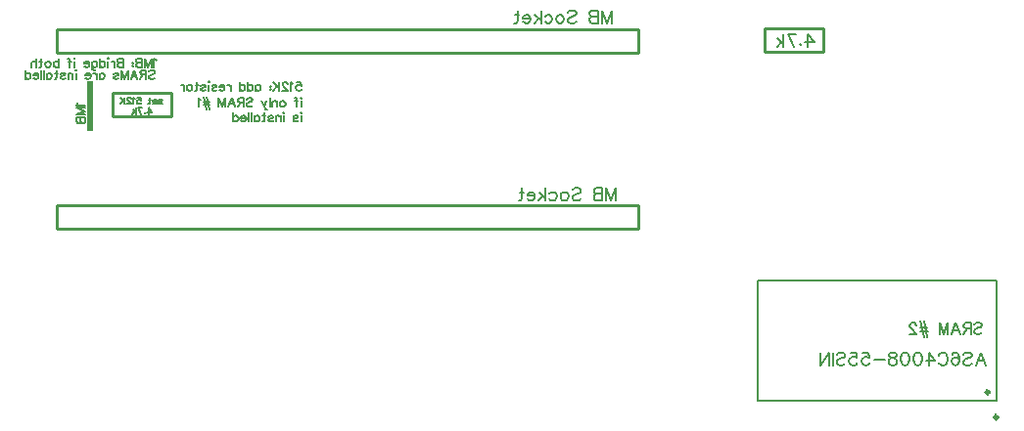
<source format=gbo>
G04 Layer: BottomSilkscreenLayer*
G04 EasyEDA v6.5.51, 2025-09-14 18:22:56*
G04 65470a2a99dd484cb8e495e3fbabed1f,d25947a9a65e436e8dba57a0ec84572b,10*
G04 Gerber Generator version 0.2*
G04 Scale: 100 percent, Rotated: No, Reflected: No *
G04 Dimensions in millimeters *
G04 leading zeros omitted , absolute positions ,4 integer and 5 decimal *
%FSLAX45Y45*%
%MOMM*%

%ADD10C,0.2032*%
%ADD11C,0.1524*%
%ADD12C,0.2540*%
%ADD13C,0.3000*%
%ADD14C,0.0108*%

%LPD*%
D10*
X2382062Y-1113073D02*
G01*
X2418427Y-1113073D01*
X2422062Y-1145799D01*
X2418427Y-1142164D01*
X2407518Y-1138527D01*
X2396609Y-1138527D01*
X2385700Y-1142164D01*
X2378428Y-1149436D01*
X2374790Y-1160345D01*
X2374790Y-1167617D01*
X2378428Y-1178526D01*
X2385700Y-1185799D01*
X2396609Y-1189436D01*
X2407518Y-1189436D01*
X2418427Y-1185799D01*
X2422062Y-1182164D01*
X2425700Y-1174889D01*
X2350790Y-1127617D02*
G01*
X2343518Y-1123983D01*
X2332609Y-1113073D01*
X2332609Y-1189436D01*
X2304973Y-1131255D02*
G01*
X2304973Y-1127617D01*
X2301336Y-1120345D01*
X2297699Y-1116708D01*
X2290427Y-1113073D01*
X2275883Y-1113073D01*
X2268608Y-1116708D01*
X2264973Y-1120345D01*
X2261336Y-1127617D01*
X2261336Y-1134889D01*
X2264973Y-1142164D01*
X2272245Y-1153073D01*
X2308608Y-1189436D01*
X2257699Y-1189436D01*
X2233701Y-1113073D02*
G01*
X2233701Y-1189436D01*
X2182792Y-1113073D02*
G01*
X2233701Y-1163982D01*
X2215517Y-1145799D02*
G01*
X2182792Y-1189436D01*
X2155154Y-1145799D02*
G01*
X2158791Y-1149436D01*
X2155154Y-1153073D01*
X2151519Y-1149436D01*
X2155154Y-1145799D01*
X2155154Y-1171254D02*
G01*
X2158791Y-1174889D01*
X2155154Y-1178526D01*
X2151519Y-1174889D01*
X2155154Y-1171254D01*
X2027882Y-1138527D02*
G01*
X2027882Y-1189436D01*
X2027882Y-1149436D02*
G01*
X2035154Y-1142164D01*
X2042429Y-1138527D01*
X2053336Y-1138527D01*
X2060610Y-1142164D01*
X2067882Y-1149436D01*
X2071519Y-1160345D01*
X2071519Y-1167617D01*
X2067882Y-1178526D01*
X2060610Y-1185799D01*
X2053336Y-1189436D01*
X2042429Y-1189436D01*
X2035154Y-1185799D01*
X2027882Y-1178526D01*
X1960247Y-1113073D02*
G01*
X1960247Y-1189436D01*
X1960247Y-1149436D02*
G01*
X1967519Y-1142164D01*
X1974791Y-1138527D01*
X1985700Y-1138527D01*
X1992972Y-1142164D01*
X2000247Y-1149436D01*
X2003882Y-1160345D01*
X2003882Y-1167617D01*
X2000247Y-1178526D01*
X1992972Y-1185799D01*
X1985700Y-1189436D01*
X1974791Y-1189436D01*
X1967519Y-1185799D01*
X1960247Y-1178526D01*
X1892609Y-1113073D02*
G01*
X1892609Y-1189436D01*
X1892609Y-1149436D02*
G01*
X1899881Y-1142164D01*
X1907156Y-1138527D01*
X1918065Y-1138527D01*
X1925337Y-1142164D01*
X1932609Y-1149436D01*
X1936247Y-1160345D01*
X1936247Y-1167617D01*
X1932609Y-1178526D01*
X1925337Y-1185799D01*
X1918065Y-1189436D01*
X1907156Y-1189436D01*
X1899881Y-1185799D01*
X1892609Y-1178526D01*
X1812610Y-1138527D02*
G01*
X1812610Y-1189436D01*
X1812610Y-1160345D02*
G01*
X1808972Y-1149436D01*
X1801700Y-1142164D01*
X1794428Y-1138527D01*
X1783519Y-1138527D01*
X1759518Y-1160345D02*
G01*
X1715884Y-1160345D01*
X1715884Y-1153073D01*
X1719519Y-1145799D01*
X1723156Y-1142164D01*
X1730428Y-1138527D01*
X1741337Y-1138527D01*
X1748609Y-1142164D01*
X1755884Y-1149436D01*
X1759518Y-1160345D01*
X1759518Y-1167617D01*
X1755884Y-1178526D01*
X1748609Y-1185799D01*
X1741337Y-1189436D01*
X1730428Y-1189436D01*
X1723156Y-1185799D01*
X1715884Y-1178526D01*
X1651883Y-1149436D02*
G01*
X1655518Y-1142164D01*
X1666427Y-1138527D01*
X1677337Y-1138527D01*
X1688246Y-1142164D01*
X1691883Y-1149436D01*
X1688246Y-1156708D01*
X1680974Y-1160345D01*
X1662793Y-1163982D01*
X1655518Y-1167617D01*
X1651883Y-1174889D01*
X1651883Y-1178526D01*
X1655518Y-1185799D01*
X1666427Y-1189436D01*
X1677337Y-1189436D01*
X1688246Y-1185799D01*
X1691883Y-1178526D01*
X1627883Y-1113073D02*
G01*
X1624246Y-1116708D01*
X1620611Y-1113073D01*
X1624246Y-1109436D01*
X1627883Y-1113073D01*
X1624246Y-1138527D02*
G01*
X1624246Y-1189436D01*
X1556611Y-1149436D02*
G01*
X1560248Y-1142164D01*
X1571155Y-1138527D01*
X1582064Y-1138527D01*
X1592973Y-1142164D01*
X1596610Y-1149436D01*
X1592973Y-1156708D01*
X1585701Y-1160345D01*
X1567520Y-1163982D01*
X1560248Y-1167617D01*
X1556611Y-1174889D01*
X1556611Y-1178526D01*
X1560248Y-1185799D01*
X1571155Y-1189436D01*
X1582064Y-1189436D01*
X1592973Y-1185799D01*
X1596610Y-1178526D01*
X1521701Y-1113073D02*
G01*
X1521701Y-1174889D01*
X1518066Y-1185799D01*
X1510792Y-1189436D01*
X1503519Y-1189436D01*
X1532610Y-1138527D02*
G01*
X1507157Y-1138527D01*
X1461338Y-1138527D02*
G01*
X1468610Y-1142164D01*
X1475884Y-1149436D01*
X1479519Y-1160345D01*
X1479519Y-1167617D01*
X1475884Y-1178526D01*
X1468610Y-1185799D01*
X1461338Y-1189436D01*
X1450428Y-1189436D01*
X1443156Y-1185799D01*
X1435884Y-1178526D01*
X1432247Y-1167617D01*
X1432247Y-1160345D01*
X1435884Y-1149436D01*
X1443156Y-1142164D01*
X1450428Y-1138527D01*
X1461338Y-1138527D01*
X1408247Y-1138527D02*
G01*
X1408247Y-1189436D01*
X1408247Y-1160345D02*
G01*
X1404612Y-1149436D01*
X1397337Y-1142164D01*
X1390065Y-1138527D01*
X1379156Y-1138527D01*
X2425700Y-1252773D02*
G01*
X2422062Y-1256408D01*
X2418427Y-1252773D01*
X2422062Y-1249136D01*
X2425700Y-1252773D01*
X2422062Y-1278227D02*
G01*
X2422062Y-1329136D01*
X2365336Y-1252773D02*
G01*
X2372608Y-1252773D01*
X2379880Y-1256408D01*
X2383518Y-1267317D01*
X2383518Y-1329136D01*
X2394427Y-1278227D02*
G01*
X2368971Y-1278227D01*
X2267155Y-1278227D02*
G01*
X2274427Y-1281864D01*
X2281699Y-1289136D01*
X2285337Y-1300045D01*
X2285337Y-1307317D01*
X2281699Y-1318226D01*
X2274427Y-1325499D01*
X2267155Y-1329136D01*
X2256246Y-1329136D01*
X2248971Y-1325499D01*
X2241699Y-1318226D01*
X2238065Y-1307317D01*
X2238065Y-1300045D01*
X2241699Y-1289136D01*
X2248971Y-1281864D01*
X2256246Y-1278227D01*
X2267155Y-1278227D01*
X2214064Y-1278227D02*
G01*
X2214064Y-1329136D01*
X2214064Y-1292773D02*
G01*
X2203155Y-1281864D01*
X2195883Y-1278227D01*
X2184974Y-1278227D01*
X2177699Y-1281864D01*
X2174064Y-1292773D01*
X2174064Y-1329136D01*
X2150064Y-1252773D02*
G01*
X2150064Y-1329136D01*
X2122429Y-1278227D02*
G01*
X2100610Y-1329136D01*
X2078791Y-1278227D02*
G01*
X2100610Y-1329136D01*
X2107882Y-1343682D01*
X2115154Y-1350954D01*
X2122429Y-1354589D01*
X2126063Y-1354589D01*
X1947882Y-1263683D02*
G01*
X1955154Y-1256408D01*
X1966064Y-1252773D01*
X1980610Y-1252773D01*
X1991520Y-1256408D01*
X1998792Y-1263683D01*
X1998792Y-1270955D01*
X1995154Y-1278227D01*
X1991520Y-1281864D01*
X1984245Y-1285499D01*
X1962429Y-1292773D01*
X1955154Y-1296408D01*
X1951520Y-1300045D01*
X1947882Y-1307317D01*
X1947882Y-1318226D01*
X1955154Y-1325499D01*
X1966064Y-1329136D01*
X1980610Y-1329136D01*
X1991520Y-1325499D01*
X1998792Y-1318226D01*
X1923882Y-1252773D02*
G01*
X1923882Y-1329136D01*
X1923882Y-1252773D02*
G01*
X1891154Y-1252773D01*
X1880247Y-1256408D01*
X1876610Y-1260045D01*
X1872973Y-1267317D01*
X1872973Y-1274589D01*
X1876610Y-1281864D01*
X1880247Y-1285499D01*
X1891154Y-1289136D01*
X1923882Y-1289136D01*
X1898429Y-1289136D02*
G01*
X1872973Y-1329136D01*
X1819882Y-1252773D02*
G01*
X1848972Y-1329136D01*
X1819882Y-1252773D02*
G01*
X1790791Y-1329136D01*
X1838065Y-1303682D02*
G01*
X1801700Y-1303682D01*
X1766790Y-1252773D02*
G01*
X1766790Y-1329136D01*
X1766790Y-1252773D02*
G01*
X1737700Y-1329136D01*
X1708609Y-1252773D02*
G01*
X1737700Y-1329136D01*
X1708609Y-1252773D02*
G01*
X1708609Y-1329136D01*
X1599519Y-1238227D02*
G01*
X1624975Y-1354589D01*
X1577700Y-1238227D02*
G01*
X1603156Y-1354589D01*
X1624975Y-1285499D02*
G01*
X1574065Y-1285499D01*
X1628609Y-1307317D02*
G01*
X1577700Y-1307317D01*
X1550065Y-1267317D02*
G01*
X1542793Y-1263683D01*
X1531884Y-1252773D01*
X1531884Y-1329136D01*
X2425700Y-1379773D02*
G01*
X2422062Y-1383408D01*
X2418427Y-1379773D01*
X2422062Y-1376136D01*
X2425700Y-1379773D01*
X2422062Y-1405227D02*
G01*
X2422062Y-1456136D01*
X2354427Y-1416136D02*
G01*
X2358064Y-1408864D01*
X2368971Y-1405227D01*
X2379880Y-1405227D01*
X2390790Y-1408864D01*
X2394427Y-1416136D01*
X2390790Y-1423408D01*
X2383518Y-1427045D01*
X2365336Y-1430682D01*
X2358064Y-1434317D01*
X2354427Y-1441589D01*
X2354427Y-1445226D01*
X2358064Y-1452499D01*
X2368971Y-1456136D01*
X2379880Y-1456136D01*
X2390790Y-1452499D01*
X2394427Y-1445226D01*
X2274427Y-1379773D02*
G01*
X2270790Y-1383408D01*
X2267155Y-1379773D01*
X2270790Y-1376136D01*
X2274427Y-1379773D01*
X2270790Y-1405227D02*
G01*
X2270790Y-1456136D01*
X2243155Y-1405227D02*
G01*
X2243155Y-1456136D01*
X2243155Y-1419773D02*
G01*
X2232245Y-1408864D01*
X2224973Y-1405227D01*
X2214064Y-1405227D01*
X2206790Y-1408864D01*
X2203155Y-1419773D01*
X2203155Y-1456136D01*
X2139154Y-1416136D02*
G01*
X2142792Y-1408864D01*
X2153701Y-1405227D01*
X2164610Y-1405227D01*
X2175517Y-1408864D01*
X2179154Y-1416136D01*
X2175517Y-1423408D01*
X2168245Y-1427045D01*
X2150064Y-1430682D01*
X2142792Y-1434317D01*
X2139154Y-1441589D01*
X2139154Y-1445226D01*
X2142792Y-1452499D01*
X2153701Y-1456136D01*
X2164610Y-1456136D01*
X2175517Y-1452499D01*
X2179154Y-1445226D01*
X2104245Y-1379773D02*
G01*
X2104245Y-1441589D01*
X2100610Y-1452499D01*
X2093335Y-1456136D01*
X2086063Y-1456136D01*
X2115154Y-1405227D02*
G01*
X2089701Y-1405227D01*
X2018428Y-1405227D02*
G01*
X2018428Y-1456136D01*
X2018428Y-1416136D02*
G01*
X2025700Y-1408864D01*
X2032972Y-1405227D01*
X2043882Y-1405227D01*
X2051154Y-1408864D01*
X2058428Y-1416136D01*
X2062063Y-1427045D01*
X2062063Y-1434317D01*
X2058428Y-1445226D01*
X2051154Y-1452499D01*
X2043882Y-1456136D01*
X2032972Y-1456136D01*
X2025700Y-1452499D01*
X2018428Y-1445226D01*
X1994428Y-1379773D02*
G01*
X1994428Y-1456136D01*
X1970427Y-1379773D02*
G01*
X1970427Y-1456136D01*
X1946427Y-1427045D02*
G01*
X1902792Y-1427045D01*
X1902792Y-1419773D01*
X1906427Y-1412499D01*
X1910064Y-1408864D01*
X1917336Y-1405227D01*
X1928246Y-1405227D01*
X1935518Y-1408864D01*
X1942792Y-1416136D01*
X1946427Y-1427045D01*
X1946427Y-1434317D01*
X1942792Y-1445226D01*
X1935518Y-1452499D01*
X1928246Y-1456136D01*
X1917336Y-1456136D01*
X1910064Y-1452499D01*
X1902792Y-1445226D01*
X1835155Y-1379773D02*
G01*
X1835155Y-1456136D01*
X1835155Y-1416136D02*
G01*
X1842429Y-1408864D01*
X1849701Y-1405227D01*
X1860610Y-1405227D01*
X1867882Y-1408864D01*
X1875154Y-1416136D01*
X1878792Y-1427045D01*
X1878792Y-1434317D01*
X1875154Y-1445226D01*
X1867882Y-1452499D01*
X1860610Y-1456136D01*
X1849701Y-1456136D01*
X1842429Y-1452499D01*
X1835155Y-1445226D01*
X1104790Y-1022383D02*
G01*
X1112062Y-1015108D01*
X1122972Y-1011473D01*
X1137518Y-1011473D01*
X1148427Y-1015108D01*
X1155700Y-1022383D01*
X1155700Y-1029655D01*
X1152062Y-1036927D01*
X1148427Y-1040564D01*
X1141153Y-1044199D01*
X1119337Y-1051473D01*
X1112062Y-1055108D01*
X1108428Y-1058745D01*
X1104790Y-1066017D01*
X1104790Y-1076926D01*
X1112062Y-1084199D01*
X1122972Y-1087836D01*
X1137518Y-1087836D01*
X1148427Y-1084199D01*
X1155700Y-1076926D01*
X1080790Y-1011473D02*
G01*
X1080790Y-1087836D01*
X1080790Y-1011473D02*
G01*
X1048064Y-1011473D01*
X1037155Y-1015108D01*
X1033518Y-1018745D01*
X1029881Y-1026017D01*
X1029881Y-1033289D01*
X1033518Y-1040564D01*
X1037155Y-1044199D01*
X1048064Y-1047836D01*
X1080790Y-1047836D01*
X1055336Y-1047836D02*
G01*
X1029881Y-1087836D01*
X976790Y-1011473D02*
G01*
X1005883Y-1087836D01*
X976790Y-1011473D02*
G01*
X947699Y-1087836D01*
X994973Y-1062382D02*
G01*
X958608Y-1062382D01*
X923701Y-1011473D02*
G01*
X923701Y-1087836D01*
X923701Y-1011473D02*
G01*
X894610Y-1087836D01*
X865517Y-1011473D02*
G01*
X894610Y-1087836D01*
X865517Y-1011473D02*
G01*
X865517Y-1087836D01*
X801519Y-1047836D02*
G01*
X805154Y-1040564D01*
X816063Y-1036927D01*
X826973Y-1036927D01*
X837882Y-1040564D01*
X841519Y-1047836D01*
X837882Y-1055108D01*
X830610Y-1058745D01*
X812429Y-1062382D01*
X805154Y-1066017D01*
X801519Y-1073289D01*
X801519Y-1076926D01*
X805154Y-1084199D01*
X816063Y-1087836D01*
X826973Y-1087836D01*
X837882Y-1084199D01*
X841519Y-1076926D01*
X677882Y-1036927D02*
G01*
X677882Y-1087836D01*
X677882Y-1047836D02*
G01*
X685154Y-1040564D01*
X692429Y-1036927D01*
X703336Y-1036927D01*
X710610Y-1040564D01*
X717882Y-1047836D01*
X721520Y-1058745D01*
X721520Y-1066017D01*
X717882Y-1076926D01*
X710610Y-1084199D01*
X703336Y-1087836D01*
X692429Y-1087836D01*
X685154Y-1084199D01*
X677882Y-1076926D01*
X653882Y-1036927D02*
G01*
X653882Y-1087836D01*
X653882Y-1058745D02*
G01*
X650247Y-1047836D01*
X642973Y-1040564D01*
X635701Y-1036927D01*
X624791Y-1036927D01*
X600791Y-1058745D02*
G01*
X557156Y-1058745D01*
X557156Y-1051473D01*
X560791Y-1044199D01*
X564428Y-1040564D01*
X571700Y-1036927D01*
X582609Y-1036927D01*
X589881Y-1040564D01*
X597156Y-1047836D01*
X600791Y-1058745D01*
X600791Y-1066017D01*
X597156Y-1076926D01*
X589881Y-1084199D01*
X582609Y-1087836D01*
X571700Y-1087836D01*
X564428Y-1084199D01*
X557156Y-1076926D01*
X477156Y-1011473D02*
G01*
X473519Y-1015108D01*
X469882Y-1011473D01*
X473519Y-1007836D01*
X477156Y-1011473D01*
X473519Y-1036927D02*
G01*
X473519Y-1087836D01*
X445884Y-1036927D02*
G01*
X445884Y-1087836D01*
X445884Y-1051473D02*
G01*
X434975Y-1040564D01*
X427700Y-1036927D01*
X416791Y-1036927D01*
X409519Y-1040564D01*
X405884Y-1051473D01*
X405884Y-1087836D01*
X341884Y-1047836D02*
G01*
X345518Y-1040564D01*
X356428Y-1036927D01*
X367337Y-1036927D01*
X378246Y-1040564D01*
X381883Y-1047836D01*
X378246Y-1055108D01*
X370974Y-1058745D01*
X352793Y-1062382D01*
X345518Y-1066017D01*
X341884Y-1073289D01*
X341884Y-1076926D01*
X345518Y-1084199D01*
X356428Y-1087836D01*
X367337Y-1087836D01*
X378246Y-1084199D01*
X381883Y-1076926D01*
X306974Y-1011473D02*
G01*
X306974Y-1073289D01*
X303336Y-1084199D01*
X296064Y-1087836D01*
X288792Y-1087836D01*
X317883Y-1036927D02*
G01*
X292430Y-1036927D01*
X221155Y-1036927D02*
G01*
X221155Y-1087836D01*
X221155Y-1047836D02*
G01*
X228429Y-1040564D01*
X235701Y-1036927D01*
X246611Y-1036927D01*
X253883Y-1040564D01*
X261155Y-1047836D01*
X264792Y-1058745D01*
X264792Y-1066017D01*
X261155Y-1076926D01*
X253883Y-1084199D01*
X246611Y-1087836D01*
X235701Y-1087836D01*
X228429Y-1084199D01*
X221155Y-1076926D01*
X197157Y-1011473D02*
G01*
X197157Y-1087836D01*
X173156Y-1011473D02*
G01*
X173156Y-1087836D01*
X149156Y-1058745D02*
G01*
X105519Y-1058745D01*
X105519Y-1051473D01*
X109156Y-1044199D01*
X112793Y-1040564D01*
X120065Y-1036927D01*
X130975Y-1036927D01*
X138247Y-1040564D01*
X145519Y-1047836D01*
X149156Y-1058745D01*
X149156Y-1066017D01*
X145519Y-1076926D01*
X138247Y-1084199D01*
X130975Y-1087836D01*
X120065Y-1087836D01*
X112793Y-1084199D01*
X105519Y-1076926D01*
X37884Y-1011473D02*
G01*
X37884Y-1087836D01*
X37884Y-1047836D02*
G01*
X45156Y-1040564D01*
X52430Y-1036927D01*
X63337Y-1036927D01*
X70612Y-1040564D01*
X77884Y-1047836D01*
X81521Y-1058745D01*
X81521Y-1066017D01*
X77884Y-1076926D01*
X70612Y-1084199D01*
X63337Y-1087836D01*
X52430Y-1087836D01*
X45156Y-1084199D01*
X37884Y-1076926D01*
X1168400Y-924417D02*
G01*
X1161127Y-920783D01*
X1150218Y-909873D01*
X1150218Y-986236D01*
X1126218Y-909873D02*
G01*
X1126218Y-986236D01*
X1126218Y-909873D02*
G01*
X1097127Y-986236D01*
X1068036Y-909873D02*
G01*
X1097127Y-986236D01*
X1068036Y-909873D02*
G01*
X1068036Y-986236D01*
X1044036Y-909873D02*
G01*
X1044036Y-986236D01*
X1044036Y-909873D02*
G01*
X1011308Y-909873D01*
X1000399Y-913508D01*
X996764Y-917145D01*
X993127Y-924417D01*
X993127Y-931689D01*
X996764Y-938964D01*
X1000399Y-942600D01*
X1011308Y-946236D01*
X1044036Y-946236D02*
G01*
X1011308Y-946236D01*
X1000399Y-949873D01*
X996764Y-953508D01*
X993127Y-960782D01*
X993127Y-971689D01*
X996764Y-978964D01*
X1000399Y-982599D01*
X1011308Y-986236D01*
X1044036Y-986236D01*
X965492Y-942600D02*
G01*
X969126Y-946236D01*
X965492Y-949873D01*
X961854Y-946236D01*
X965492Y-942600D01*
X965492Y-968054D02*
G01*
X969126Y-971689D01*
X965492Y-975326D01*
X961854Y-971689D01*
X965492Y-968054D01*
X881854Y-909873D02*
G01*
X881854Y-986236D01*
X881854Y-909873D02*
G01*
X849127Y-909873D01*
X838217Y-913508D01*
X834583Y-917145D01*
X830945Y-924417D01*
X830945Y-931689D01*
X834583Y-938964D01*
X838217Y-942600D01*
X849127Y-946236D01*
X881854Y-946236D02*
G01*
X849127Y-946236D01*
X838217Y-949873D01*
X834583Y-953508D01*
X830945Y-960782D01*
X830945Y-971689D01*
X834583Y-978964D01*
X838217Y-982599D01*
X849127Y-986236D01*
X881854Y-986236D01*
X806945Y-935327D02*
G01*
X806945Y-986236D01*
X806945Y-957145D02*
G01*
X803310Y-946236D01*
X796036Y-938964D01*
X788763Y-935327D01*
X777854Y-935327D01*
X753854Y-909873D02*
G01*
X750219Y-913508D01*
X746582Y-909873D01*
X750219Y-906236D01*
X753854Y-909873D01*
X750219Y-935327D02*
G01*
X750219Y-986236D01*
X678947Y-909873D02*
G01*
X678947Y-986236D01*
X678947Y-946236D02*
G01*
X686219Y-938964D01*
X693491Y-935327D01*
X704400Y-935327D01*
X711672Y-938964D01*
X718946Y-946236D01*
X722581Y-957145D01*
X722581Y-964417D01*
X718946Y-975326D01*
X711672Y-982599D01*
X704400Y-986236D01*
X693491Y-986236D01*
X686219Y-982599D01*
X678947Y-975326D01*
X611309Y-935327D02*
G01*
X611309Y-993508D01*
X614946Y-1004417D01*
X618583Y-1008054D01*
X625855Y-1011689D01*
X636765Y-1011689D01*
X644037Y-1008054D01*
X611309Y-946236D02*
G01*
X618583Y-938964D01*
X625855Y-935327D01*
X636765Y-935327D01*
X644037Y-938964D01*
X651309Y-946236D01*
X654946Y-957145D01*
X654946Y-964417D01*
X651309Y-975326D01*
X644037Y-982599D01*
X636765Y-986236D01*
X625855Y-986236D01*
X618583Y-982599D01*
X611309Y-975326D01*
X587311Y-957145D02*
G01*
X543674Y-957145D01*
X543674Y-949873D01*
X547311Y-942600D01*
X550946Y-938964D01*
X558218Y-935327D01*
X569127Y-935327D01*
X576402Y-938964D01*
X583674Y-946236D01*
X587311Y-957145D01*
X587311Y-964417D01*
X583674Y-975326D01*
X576402Y-982599D01*
X569127Y-986236D01*
X558218Y-986236D01*
X550946Y-982599D01*
X543674Y-975326D01*
X463674Y-909873D02*
G01*
X460037Y-913508D01*
X456402Y-909873D01*
X460037Y-906236D01*
X463674Y-909873D01*
X460037Y-935327D02*
G01*
X460037Y-986236D01*
X403311Y-909873D02*
G01*
X410583Y-909873D01*
X417855Y-913508D01*
X421492Y-924417D01*
X421492Y-986236D01*
X432401Y-935327D02*
G01*
X406946Y-935327D01*
X323311Y-909873D02*
G01*
X323311Y-986236D01*
X323311Y-946236D02*
G01*
X316036Y-938964D01*
X308764Y-935327D01*
X297855Y-935327D01*
X290583Y-938964D01*
X283311Y-946236D01*
X279674Y-957145D01*
X279674Y-964417D01*
X283311Y-975326D01*
X290583Y-982599D01*
X297855Y-986236D01*
X308764Y-986236D01*
X316036Y-982599D01*
X323311Y-975326D01*
X237492Y-935327D02*
G01*
X244764Y-938964D01*
X252039Y-946236D01*
X255673Y-957145D01*
X255673Y-964417D01*
X252039Y-975326D01*
X244764Y-982599D01*
X237492Y-986236D01*
X226583Y-986236D01*
X219311Y-982599D01*
X212039Y-975326D01*
X208401Y-964417D01*
X208401Y-957145D01*
X212039Y-946236D01*
X219311Y-938964D01*
X226583Y-935327D01*
X237492Y-935327D01*
X173492Y-909873D02*
G01*
X173492Y-971689D01*
X169857Y-982599D01*
X162582Y-986236D01*
X155310Y-986236D01*
X184401Y-935327D02*
G01*
X158948Y-935327D01*
X131310Y-909873D02*
G01*
X131310Y-986236D01*
X131310Y-949873D02*
G01*
X120401Y-938964D01*
X113129Y-935327D01*
X102219Y-935327D01*
X94947Y-938964D01*
X91310Y-949873D01*
X91310Y-986236D01*
X1189200Y-1274828D02*
G01*
X1191928Y-1269372D01*
X1200109Y-1266644D01*
X1208290Y-1266644D01*
X1216472Y-1269372D01*
X1219200Y-1274828D01*
X1216472Y-1280281D01*
X1211018Y-1283009D01*
X1197381Y-1285735D01*
X1191928Y-1288463D01*
X1189200Y-1293919D01*
X1189200Y-1296644D01*
X1191928Y-1302100D01*
X1200109Y-1304828D01*
X1208290Y-1304828D01*
X1216472Y-1302100D01*
X1219200Y-1296644D01*
X1171199Y-1283009D02*
G01*
X1138473Y-1283009D01*
X1138473Y-1277553D01*
X1141199Y-1272100D01*
X1143927Y-1269372D01*
X1149383Y-1266644D01*
X1157564Y-1266644D01*
X1163017Y-1269372D01*
X1168473Y-1274828D01*
X1171199Y-1283009D01*
X1171199Y-1288463D01*
X1168473Y-1296644D01*
X1163017Y-1302100D01*
X1157564Y-1304828D01*
X1149383Y-1304828D01*
X1143927Y-1302100D01*
X1138473Y-1296644D01*
X1112291Y-1247554D02*
G01*
X1112291Y-1293919D01*
X1109563Y-1302100D01*
X1104110Y-1304828D01*
X1098654Y-1304828D01*
X1120472Y-1266644D02*
G01*
X1101382Y-1266644D01*
X1005928Y-1247554D02*
G01*
X1033200Y-1247554D01*
X1035928Y-1272100D01*
X1033200Y-1269372D01*
X1025019Y-1266644D01*
X1016835Y-1266644D01*
X1008654Y-1269372D01*
X1003200Y-1274828D01*
X1000472Y-1283009D01*
X1000472Y-1288463D01*
X1003200Y-1296644D01*
X1008654Y-1302100D01*
X1016835Y-1304828D01*
X1025019Y-1304828D01*
X1033200Y-1302100D01*
X1035928Y-1299372D01*
X1038654Y-1293919D01*
X982471Y-1258463D02*
G01*
X977018Y-1255735D01*
X968837Y-1247554D01*
X968837Y-1304828D01*
X948110Y-1261191D02*
G01*
X948110Y-1258463D01*
X945382Y-1253009D01*
X942654Y-1250281D01*
X937201Y-1247554D01*
X926292Y-1247554D01*
X920836Y-1250281D01*
X918110Y-1253009D01*
X915382Y-1258463D01*
X915382Y-1263919D01*
X918110Y-1269372D01*
X923564Y-1277553D01*
X950836Y-1304828D01*
X912655Y-1304828D01*
X894654Y-1247554D02*
G01*
X894654Y-1304828D01*
X856472Y-1247554D02*
G01*
X894654Y-1285735D01*
X881019Y-1272100D02*
G01*
X856472Y-1304828D01*
X8242162Y-3214728D02*
G01*
X8251253Y-3205637D01*
X8264890Y-3201090D01*
X8283072Y-3201090D01*
X8296709Y-3205637D01*
X8305800Y-3214728D01*
X8305800Y-3223818D01*
X8301253Y-3232909D01*
X8296709Y-3237453D01*
X8287618Y-3242000D01*
X8260346Y-3251090D01*
X8251253Y-3255637D01*
X8246709Y-3260181D01*
X8242162Y-3269272D01*
X8242162Y-3282909D01*
X8251253Y-3292000D01*
X8264890Y-3296546D01*
X8283072Y-3296546D01*
X8296709Y-3292000D01*
X8305800Y-3282909D01*
X8212162Y-3201090D02*
G01*
X8212162Y-3296546D01*
X8212162Y-3201090D02*
G01*
X8171253Y-3201090D01*
X8157618Y-3205637D01*
X8153072Y-3210181D01*
X8148528Y-3219272D01*
X8148528Y-3228362D01*
X8153072Y-3237453D01*
X8157618Y-3242000D01*
X8171253Y-3246546D01*
X8212162Y-3246546D01*
X8180346Y-3246546D02*
G01*
X8148528Y-3296546D01*
X8082163Y-3201090D02*
G01*
X8118528Y-3296546D01*
X8082163Y-3201090D02*
G01*
X8045800Y-3296546D01*
X8104891Y-3264728D02*
G01*
X8059437Y-3264728D01*
X8015800Y-3201090D02*
G01*
X8015800Y-3296546D01*
X8015800Y-3201090D02*
G01*
X7979437Y-3296546D01*
X7943072Y-3201090D02*
G01*
X7979437Y-3296546D01*
X7943072Y-3201090D02*
G01*
X7943072Y-3296546D01*
X7806710Y-3182909D02*
G01*
X7838528Y-3328362D01*
X7779438Y-3182909D02*
G01*
X7811254Y-3328362D01*
X7838528Y-3242000D02*
G01*
X7774891Y-3242000D01*
X7843072Y-3269272D02*
G01*
X7779438Y-3269272D01*
X7740347Y-3223818D02*
G01*
X7740347Y-3219272D01*
X7735801Y-3210181D01*
X7731254Y-3205637D01*
X7722163Y-3201090D01*
X7703982Y-3201090D01*
X7694891Y-3205637D01*
X7690347Y-3210181D01*
X7685801Y-3219272D01*
X7685801Y-3228362D01*
X7690347Y-3237453D01*
X7699438Y-3251090D01*
X7744891Y-3296546D01*
X7681254Y-3296546D01*
X492617Y-1295400D02*
G01*
X488983Y-1302672D01*
X478073Y-1313581D01*
X554436Y-1313581D01*
X478073Y-1337581D02*
G01*
X554436Y-1337581D01*
X478073Y-1337581D02*
G01*
X554436Y-1366672D01*
X478073Y-1395763D02*
G01*
X554436Y-1366672D01*
X478073Y-1395763D02*
G01*
X554436Y-1395763D01*
X478073Y-1419763D02*
G01*
X554436Y-1419763D01*
X478073Y-1419763D02*
G01*
X478073Y-1452491D01*
X481708Y-1463400D01*
X485345Y-1467035D01*
X492617Y-1470672D01*
X499889Y-1470672D01*
X507164Y-1467035D01*
X510799Y-1463400D01*
X514436Y-1452491D01*
X514436Y-1419763D02*
G01*
X514436Y-1452491D01*
X518073Y-1463400D01*
X521708Y-1467035D01*
X528982Y-1470672D01*
X539889Y-1470672D01*
X547164Y-1467035D01*
X550798Y-1463400D01*
X554436Y-1452491D01*
X554436Y-1419763D01*
D11*
X5143500Y-2030989D02*
G01*
X5143500Y-2139955D01*
X5143500Y-2030989D02*
G01*
X5101843Y-2139955D01*
X5060441Y-2030989D02*
G01*
X5101843Y-2139955D01*
X5060441Y-2030989D02*
G01*
X5060441Y-2139955D01*
X5026152Y-2030989D02*
G01*
X5026152Y-2139955D01*
X5026152Y-2030989D02*
G01*
X4979415Y-2030989D01*
X4963668Y-2036069D01*
X4958588Y-2041403D01*
X4953254Y-2051817D01*
X4953254Y-2062231D01*
X4958588Y-2072645D01*
X4963668Y-2077725D01*
X4979415Y-2082805D01*
X5026152Y-2082805D02*
G01*
X4979415Y-2082805D01*
X4963668Y-2088139D01*
X4958588Y-2093219D01*
X4953254Y-2103633D01*
X4953254Y-2119381D01*
X4958588Y-2129795D01*
X4963668Y-2134875D01*
X4979415Y-2139955D01*
X5026152Y-2139955D01*
X4766309Y-2046483D02*
G01*
X4776724Y-2036069D01*
X4792218Y-2030989D01*
X4813045Y-2030989D01*
X4828540Y-2036069D01*
X4838954Y-2046483D01*
X4838954Y-2056897D01*
X4833874Y-2067311D01*
X4828540Y-2072645D01*
X4818379Y-2077725D01*
X4787138Y-2088139D01*
X4776724Y-2093219D01*
X4771390Y-2098553D01*
X4766309Y-2108967D01*
X4766309Y-2124461D01*
X4776724Y-2134875D01*
X4792218Y-2139955D01*
X4813045Y-2139955D01*
X4828540Y-2134875D01*
X4838954Y-2124461D01*
X4706111Y-2067311D02*
G01*
X4716525Y-2072645D01*
X4726940Y-2082805D01*
X4732020Y-2098553D01*
X4732020Y-2108967D01*
X4726940Y-2124461D01*
X4716525Y-2134875D01*
X4706111Y-2139955D01*
X4690363Y-2139955D01*
X4679950Y-2134875D01*
X4669790Y-2124461D01*
X4664456Y-2108967D01*
X4664456Y-2098553D01*
X4669790Y-2082805D01*
X4679950Y-2072645D01*
X4690363Y-2067311D01*
X4706111Y-2067311D01*
X4567936Y-2082805D02*
G01*
X4578350Y-2072645D01*
X4588509Y-2067311D01*
X4604258Y-2067311D01*
X4614672Y-2072645D01*
X4625086Y-2082805D01*
X4630165Y-2098553D01*
X4630165Y-2108967D01*
X4625086Y-2124461D01*
X4614672Y-2134875D01*
X4604258Y-2139955D01*
X4588509Y-2139955D01*
X4578350Y-2134875D01*
X4567936Y-2124461D01*
X4533645Y-2030989D02*
G01*
X4533645Y-2139955D01*
X4481575Y-2067311D02*
G01*
X4533645Y-2119381D01*
X4512818Y-2098553D02*
G01*
X4476495Y-2139955D01*
X4442206Y-2098553D02*
G01*
X4379722Y-2098553D01*
X4379722Y-2088139D01*
X4385056Y-2077725D01*
X4390136Y-2072645D01*
X4400550Y-2067311D01*
X4416043Y-2067311D01*
X4426458Y-2072645D01*
X4436872Y-2082805D01*
X4442206Y-2098553D01*
X4442206Y-2108967D01*
X4436872Y-2124461D01*
X4426458Y-2134875D01*
X4416043Y-2139955D01*
X4400550Y-2139955D01*
X4390136Y-2134875D01*
X4379722Y-2124461D01*
X4329938Y-2030989D02*
G01*
X4329938Y-2119381D01*
X4324604Y-2134875D01*
X4314190Y-2139955D01*
X4304029Y-2139955D01*
X4345431Y-2067311D02*
G01*
X4309109Y-2067311D01*
X5105400Y-494289D02*
G01*
X5105400Y-603255D01*
X5105400Y-494289D02*
G01*
X5063743Y-603255D01*
X5022341Y-494289D02*
G01*
X5063743Y-603255D01*
X5022341Y-494289D02*
G01*
X5022341Y-603255D01*
X4988052Y-494289D02*
G01*
X4988052Y-603255D01*
X4988052Y-494289D02*
G01*
X4941315Y-494289D01*
X4925568Y-499369D01*
X4920488Y-504703D01*
X4915154Y-515117D01*
X4915154Y-525531D01*
X4920488Y-535945D01*
X4925568Y-541025D01*
X4941315Y-546105D01*
X4988052Y-546105D02*
G01*
X4941315Y-546105D01*
X4925568Y-551439D01*
X4920488Y-556519D01*
X4915154Y-566933D01*
X4915154Y-582681D01*
X4920488Y-593095D01*
X4925568Y-598175D01*
X4941315Y-603255D01*
X4988052Y-603255D01*
X4728209Y-509783D02*
G01*
X4738624Y-499369D01*
X4754118Y-494289D01*
X4774945Y-494289D01*
X4790440Y-499369D01*
X4800854Y-509783D01*
X4800854Y-520197D01*
X4795774Y-530611D01*
X4790440Y-535945D01*
X4780279Y-541025D01*
X4749038Y-551439D01*
X4738624Y-556519D01*
X4733290Y-561853D01*
X4728209Y-572267D01*
X4728209Y-587761D01*
X4738624Y-598175D01*
X4754118Y-603255D01*
X4774945Y-603255D01*
X4790440Y-598175D01*
X4800854Y-587761D01*
X4668011Y-530611D02*
G01*
X4678425Y-535945D01*
X4688840Y-546105D01*
X4693920Y-561853D01*
X4693920Y-572267D01*
X4688840Y-587761D01*
X4678425Y-598175D01*
X4668011Y-603255D01*
X4652263Y-603255D01*
X4641850Y-598175D01*
X4631690Y-587761D01*
X4626356Y-572267D01*
X4626356Y-561853D01*
X4631690Y-546105D01*
X4641850Y-535945D01*
X4652263Y-530611D01*
X4668011Y-530611D01*
X4529836Y-546105D02*
G01*
X4540250Y-535945D01*
X4550409Y-530611D01*
X4566158Y-530611D01*
X4576572Y-535945D01*
X4586986Y-546105D01*
X4592065Y-561853D01*
X4592065Y-572267D01*
X4586986Y-587761D01*
X4576572Y-598175D01*
X4566158Y-603255D01*
X4550409Y-603255D01*
X4540250Y-598175D01*
X4529836Y-587761D01*
X4495545Y-494289D02*
G01*
X4495545Y-603255D01*
X4443475Y-530611D02*
G01*
X4495545Y-582681D01*
X4474718Y-561853D02*
G01*
X4438395Y-603255D01*
X4404106Y-561853D02*
G01*
X4341622Y-561853D01*
X4341622Y-551439D01*
X4346956Y-541025D01*
X4352036Y-535945D01*
X4362450Y-530611D01*
X4377943Y-530611D01*
X4388358Y-535945D01*
X4398772Y-546105D01*
X4404106Y-561853D01*
X4404106Y-572267D01*
X4398772Y-587761D01*
X4388358Y-598175D01*
X4377943Y-603255D01*
X4362450Y-603255D01*
X4352036Y-598175D01*
X4341622Y-587761D01*
X4291838Y-494289D02*
G01*
X4291838Y-582681D01*
X4286504Y-598175D01*
X4276090Y-603255D01*
X4265929Y-603255D01*
X4307331Y-530611D02*
G01*
X4271009Y-530611D01*
X1103028Y-1336456D02*
G01*
X1130300Y-1374637D01*
X1089390Y-1374637D01*
X1103028Y-1336456D02*
G01*
X1103028Y-1393731D01*
X1068664Y-1380093D02*
G01*
X1071389Y-1382821D01*
X1068664Y-1385547D01*
X1065936Y-1382821D01*
X1068664Y-1380093D01*
X1009754Y-1336456D02*
G01*
X1037028Y-1393731D01*
X1047935Y-1336456D02*
G01*
X1009754Y-1336456D01*
X991755Y-1336456D02*
G01*
X991755Y-1393731D01*
X964481Y-1355547D02*
G01*
X991755Y-1382821D01*
X980846Y-1371912D02*
G01*
X961755Y-1393731D01*
X8297468Y-3457199D02*
G01*
X8339124Y-3566165D01*
X8297468Y-3457199D02*
G01*
X8256066Y-3566165D01*
X8323630Y-3529843D02*
G01*
X8271560Y-3529843D01*
X8148878Y-3472693D02*
G01*
X8159292Y-3462279D01*
X8175040Y-3457199D01*
X8195614Y-3457199D01*
X8211362Y-3462279D01*
X8221776Y-3472693D01*
X8221776Y-3483107D01*
X8216442Y-3493521D01*
X8211362Y-3498855D01*
X8200948Y-3503935D01*
X8169706Y-3514349D01*
X8159292Y-3519429D01*
X8154212Y-3524763D01*
X8148878Y-3535177D01*
X8148878Y-3550671D01*
X8159292Y-3561085D01*
X8175040Y-3566165D01*
X8195614Y-3566165D01*
X8211362Y-3561085D01*
X8221776Y-3550671D01*
X8052358Y-3472693D02*
G01*
X8057438Y-3462279D01*
X8073186Y-3457199D01*
X8083600Y-3457199D01*
X8099094Y-3462279D01*
X8109508Y-3478027D01*
X8114588Y-3503935D01*
X8114588Y-3529843D01*
X8109508Y-3550671D01*
X8099094Y-3561085D01*
X8083600Y-3566165D01*
X8078266Y-3566165D01*
X8062772Y-3561085D01*
X8052358Y-3550671D01*
X8047024Y-3535177D01*
X8047024Y-3529843D01*
X8052358Y-3514349D01*
X8062772Y-3503935D01*
X8078266Y-3498855D01*
X8083600Y-3498855D01*
X8099094Y-3503935D01*
X8109508Y-3514349D01*
X8114588Y-3529843D01*
X7935010Y-3483107D02*
G01*
X7940090Y-3472693D01*
X7950504Y-3462279D01*
X7960918Y-3457199D01*
X7981746Y-3457199D01*
X7992160Y-3462279D01*
X8002574Y-3472693D01*
X8007654Y-3483107D01*
X8012734Y-3498855D01*
X8012734Y-3524763D01*
X8007654Y-3540257D01*
X8002574Y-3550671D01*
X7992160Y-3561085D01*
X7981746Y-3566165D01*
X7960918Y-3566165D01*
X7950504Y-3561085D01*
X7940090Y-3550671D01*
X7935010Y-3540257D01*
X7848650Y-3457199D02*
G01*
X7900720Y-3529843D01*
X7822742Y-3529843D01*
X7848650Y-3457199D02*
G01*
X7848650Y-3566165D01*
X7757210Y-3457199D02*
G01*
X7772704Y-3462279D01*
X7783118Y-3478027D01*
X7788452Y-3503935D01*
X7788452Y-3519429D01*
X7783118Y-3545591D01*
X7772704Y-3561085D01*
X7757210Y-3566165D01*
X7746796Y-3566165D01*
X7731302Y-3561085D01*
X7720888Y-3545591D01*
X7715554Y-3519429D01*
X7715554Y-3503935D01*
X7720888Y-3478027D01*
X7731302Y-3462279D01*
X7746796Y-3457199D01*
X7757210Y-3457199D01*
X7650276Y-3457199D02*
G01*
X7665770Y-3462279D01*
X7676184Y-3478027D01*
X7681264Y-3503935D01*
X7681264Y-3519429D01*
X7676184Y-3545591D01*
X7665770Y-3561085D01*
X7650276Y-3566165D01*
X7639862Y-3566165D01*
X7624114Y-3561085D01*
X7613954Y-3545591D01*
X7608620Y-3519429D01*
X7608620Y-3503935D01*
X7613954Y-3478027D01*
X7624114Y-3462279D01*
X7639862Y-3457199D01*
X7650276Y-3457199D01*
X7548422Y-3457199D02*
G01*
X7563916Y-3462279D01*
X7569250Y-3472693D01*
X7569250Y-3483107D01*
X7563916Y-3493521D01*
X7553502Y-3498855D01*
X7532674Y-3503935D01*
X7517180Y-3509015D01*
X7506766Y-3519429D01*
X7501686Y-3529843D01*
X7501686Y-3545591D01*
X7506766Y-3556005D01*
X7512100Y-3561085D01*
X7527594Y-3566165D01*
X7548422Y-3566165D01*
X7563916Y-3561085D01*
X7569250Y-3556005D01*
X7574330Y-3545591D01*
X7574330Y-3529843D01*
X7569250Y-3519429D01*
X7558836Y-3509015D01*
X7543088Y-3503935D01*
X7522514Y-3498855D01*
X7512100Y-3493521D01*
X7506766Y-3483107D01*
X7506766Y-3472693D01*
X7512100Y-3462279D01*
X7527594Y-3457199D01*
X7548422Y-3457199D01*
X7467396Y-3519429D02*
G01*
X7373924Y-3519429D01*
X7277150Y-3457199D02*
G01*
X7329220Y-3457199D01*
X7334300Y-3503935D01*
X7329220Y-3498855D01*
X7313472Y-3493521D01*
X7297978Y-3493521D01*
X7282484Y-3498855D01*
X7272070Y-3509015D01*
X7266736Y-3524763D01*
X7266736Y-3535177D01*
X7272070Y-3550671D01*
X7282484Y-3561085D01*
X7297978Y-3566165D01*
X7313472Y-3566165D01*
X7329220Y-3561085D01*
X7334300Y-3556005D01*
X7339634Y-3545591D01*
X7170216Y-3457199D02*
G01*
X7222032Y-3457199D01*
X7227366Y-3503935D01*
X7222032Y-3498855D01*
X7206538Y-3493521D01*
X7191044Y-3493521D01*
X7175296Y-3498855D01*
X7164882Y-3509015D01*
X7159802Y-3524763D01*
X7159802Y-3535177D01*
X7164882Y-3550671D01*
X7175296Y-3561085D01*
X7191044Y-3566165D01*
X7206538Y-3566165D01*
X7222032Y-3561085D01*
X7227366Y-3556005D01*
X7232446Y-3545591D01*
X7052614Y-3472693D02*
G01*
X7063028Y-3462279D01*
X7078776Y-3457199D01*
X7099604Y-3457199D01*
X7115098Y-3462279D01*
X7125512Y-3472693D01*
X7125512Y-3483107D01*
X7120178Y-3493521D01*
X7115098Y-3498855D01*
X7104684Y-3503935D01*
X7073442Y-3514349D01*
X7063028Y-3519429D01*
X7057948Y-3524763D01*
X7052614Y-3535177D01*
X7052614Y-3550671D01*
X7063028Y-3561085D01*
X7078776Y-3566165D01*
X7099604Y-3566165D01*
X7115098Y-3561085D01*
X7125512Y-3550671D01*
X7018324Y-3457199D02*
G01*
X7018324Y-3566165D01*
X6984034Y-3457199D02*
G01*
X6984034Y-3566165D01*
X6984034Y-3457199D02*
G01*
X6911390Y-3566165D01*
X6911390Y-3457199D02*
G01*
X6911390Y-3566165D01*
X6805929Y-697484D02*
G01*
X6858000Y-770128D01*
X6780022Y-770128D01*
X6805929Y-697484D02*
G01*
X6805929Y-806450D01*
X6740652Y-780542D02*
G01*
X6745731Y-785876D01*
X6740652Y-790956D01*
X6735318Y-785876D01*
X6740652Y-780542D01*
X6628384Y-697484D02*
G01*
X6680200Y-806450D01*
X6701027Y-697484D02*
G01*
X6628384Y-697484D01*
X6594093Y-697484D02*
G01*
X6594093Y-806450D01*
X6542024Y-733806D02*
G01*
X6594093Y-785876D01*
X6573265Y-765048D02*
G01*
X6536943Y-806450D01*
D12*
X787400Y-1409700D02*
G01*
X1295400Y-1409700D01*
X787400Y-1206500D02*
G01*
X1295400Y-1206500D01*
X1295400Y-1409700D01*
X787400Y-1206500D02*
G01*
X787400Y-1409700D01*
D11*
X8436470Y-3875189D02*
G01*
X8436470Y-2830410D01*
X6371729Y-2830410D01*
X6371729Y-3875189D01*
X8436470Y-3875189D01*
D12*
X6426200Y-850900D02*
G01*
X6934200Y-850900D01*
X6426200Y-647700D02*
G01*
X6934200Y-647700D01*
X6934200Y-850900D01*
X6426200Y-647700D02*
G01*
X6426200Y-850900D01*
D13*
G75*
G01
X8371611Y-3799939D02*
G03X8371611Y-3799939I-15011J0D01*
G75*
G01
X8446262Y-4017871D02*
G03X8446262Y-4017871I-15011J0D01*
G36*
X571500Y-1108072D02*
G01*
X622300Y-1108072D01*
X622300Y-1533522D01*
X571500Y-1533522D01*
G37*
D12*
X304800Y-660397D02*
G01*
X5334000Y-660397D01*
X5334000Y-863597D01*
X304800Y-863597D01*
X304800Y-660397D01*
X304800Y-2184397D02*
G01*
X5334000Y-2184397D01*
X5334000Y-2387597D01*
X304800Y-2387597D01*
X304800Y-2184397D01*
M02*

</source>
